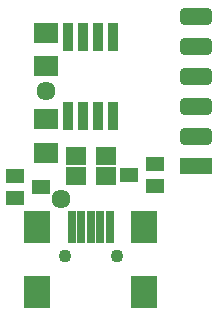
<source format=gts>
G75*
%MOIN*%
%OFA0B0*%
%FSLAX24Y24*%
%IPPOS*%
%LPD*%
%AMOC8*
5,1,8,0,0,1.08239X$1,22.5*
%
%ADD10R,0.0320X0.0950*%
%ADD11R,0.0789X0.0710*%
%ADD12R,0.0631X0.0474*%
%ADD13R,0.0671X0.0592*%
%ADD14R,0.0790X0.0710*%
%ADD15R,0.0277X0.1064*%
%ADD16R,0.0867X0.1064*%
%ADD17C,0.0434*%
%ADD18R,0.1080X0.0580*%
%ADD19C,0.0290*%
%ADD20C,0.0636*%
D10*
X003910Y008330D03*
X004410Y008330D03*
X004910Y008330D03*
X005410Y008330D03*
X005410Y010980D03*
X004910Y010980D03*
X004410Y010980D03*
X003910Y010980D03*
D11*
X003160Y011111D03*
X003160Y010009D03*
D12*
X002127Y006334D03*
X002127Y005586D03*
X002993Y005960D03*
X005927Y006360D03*
X006793Y005986D03*
X006793Y006734D03*
D13*
X005160Y006995D03*
X005160Y006325D03*
X004160Y006325D03*
X004160Y006995D03*
D14*
X003160Y007100D03*
X003160Y008220D03*
D15*
X004030Y004644D03*
X004345Y004644D03*
X004660Y004644D03*
X004975Y004644D03*
X005290Y004644D03*
D16*
X002888Y002479D03*
X002888Y004644D03*
X006432Y004644D03*
X006432Y002479D03*
D17*
X005526Y003660D03*
X003794Y003660D03*
D18*
X008160Y006660D03*
D19*
X007765Y007805D02*
X008555Y007805D01*
X008555Y007515D01*
X007765Y007515D01*
X007765Y007805D01*
X007765Y007804D02*
X008555Y007804D01*
X008555Y008805D02*
X007765Y008805D01*
X008555Y008805D02*
X008555Y008515D01*
X007765Y008515D01*
X007765Y008805D01*
X007765Y008804D02*
X008555Y008804D01*
X008555Y009805D02*
X007765Y009805D01*
X008555Y009805D02*
X008555Y009515D01*
X007765Y009515D01*
X007765Y009805D01*
X007765Y009804D02*
X008555Y009804D01*
X008555Y010805D02*
X007765Y010805D01*
X008555Y010805D02*
X008555Y010515D01*
X007765Y010515D01*
X007765Y010805D01*
X007765Y010804D02*
X008555Y010804D01*
X008555Y011805D02*
X007765Y011805D01*
X008555Y011805D02*
X008555Y011515D01*
X007765Y011515D01*
X007765Y011805D01*
X007765Y011804D02*
X008555Y011804D01*
D20*
X003660Y005560D03*
X003160Y009160D03*
M02*

</source>
